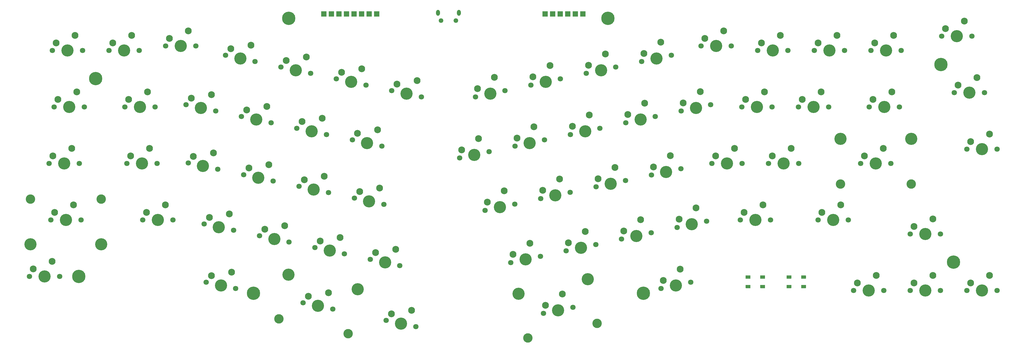
<source format=gbr>
G04 #@! TF.GenerationSoftware,KiCad,Pcbnew,(5.1.9)-1*
G04 #@! TF.CreationDate,2021-11-12T16:42:20+08:00*
G04 #@! TF.ProjectId,arisu,61726973-752e-46b6-9963-61645f706362,1.1*
G04 #@! TF.SameCoordinates,Original*
G04 #@! TF.FileFunction,Soldermask,Top*
G04 #@! TF.FilePolarity,Negative*
%FSLAX46Y46*%
G04 Gerber Fmt 4.6, Leading zero omitted, Abs format (unit mm)*
G04 Created by KiCad (PCBNEW (5.1.9)-1) date 2021-11-12 16:42:20*
%MOMM*%
%LPD*%
G01*
G04 APERTURE LIST*
%ADD10C,2.302000*%
%ADD11C,4.102000*%
%ADD12C,1.802000*%
%ADD13C,3.152000*%
%ADD14C,4.502000*%
%ADD15C,1.552000*%
%ADD16O,1.302000X2.002000*%
G04 APERTURE END LIST*
D10*
X213847569Y-120874453D03*
X208164428Y-124679187D03*
D11*
X212419266Y-126371538D03*
D12*
X207450276Y-127427729D03*
X217388255Y-125315347D03*
D11*
X222346030Y-115837453D03*
X199066117Y-120785751D03*
D13*
X202234691Y-135692720D03*
X225514604Y-130744422D03*
D12*
X71470000Y-38720000D03*
X61310000Y-38720000D03*
D11*
X66390000Y-38720000D03*
D10*
X62580000Y-36180000D03*
X68930000Y-33640000D03*
D12*
X110498996Y-42496687D03*
X100561016Y-40384304D03*
D11*
X105530006Y-41440496D03*
D10*
X102331359Y-38163857D03*
X109070692Y-36999602D03*
D12*
X129132707Y-46457405D03*
X119194727Y-44345022D03*
D11*
X124163717Y-45401214D03*
D10*
X120965070Y-42124575D03*
X127704403Y-40960320D03*
G36*
G01*
X294149000Y-118850000D02*
X294149000Y-117850000D01*
G75*
G02*
X294200000Y-117799000I51000J0D01*
G01*
X295700000Y-117799000D01*
G75*
G02*
X295751000Y-117850000I0J-51000D01*
G01*
X295751000Y-118850000D01*
G75*
G02*
X295700000Y-118901000I-51000J0D01*
G01*
X294200000Y-118901000D01*
G75*
G02*
X294149000Y-118850000I0J51000D01*
G01*
G37*
G36*
G01*
X294149000Y-115650000D02*
X294149000Y-114650000D01*
G75*
G02*
X294200000Y-114599000I51000J0D01*
G01*
X295700000Y-114599000D01*
G75*
G02*
X295751000Y-114650000I0J-51000D01*
G01*
X295751000Y-115650000D01*
G75*
G02*
X295700000Y-115701000I-51000J0D01*
G01*
X294200000Y-115701000D01*
G75*
G02*
X294149000Y-115650000I0J51000D01*
G01*
G37*
G36*
G01*
X289249000Y-118850000D02*
X289249000Y-117850000D01*
G75*
G02*
X289300000Y-117799000I51000J0D01*
G01*
X290800000Y-117799000D01*
G75*
G02*
X290851000Y-117850000I0J-51000D01*
G01*
X290851000Y-118850000D01*
G75*
G02*
X290800000Y-118901000I-51000J0D01*
G01*
X289300000Y-118901000D01*
G75*
G02*
X289249000Y-118850000I0J51000D01*
G01*
G37*
G36*
G01*
X289249000Y-115650000D02*
X289249000Y-114650000D01*
G75*
G02*
X289300000Y-114599000I51000J0D01*
G01*
X290800000Y-114599000D01*
G75*
G02*
X290851000Y-114650000I0J-51000D01*
G01*
X290851000Y-115650000D01*
G75*
G02*
X290800000Y-115701000I-51000J0D01*
G01*
X289300000Y-115701000D01*
G75*
G02*
X289249000Y-115650000I0J51000D01*
G01*
G37*
G36*
G01*
X275499000Y-115650000D02*
X275499000Y-114650000D01*
G75*
G02*
X275550000Y-114599000I51000J0D01*
G01*
X277050000Y-114599000D01*
G75*
G02*
X277101000Y-114650000I0J-51000D01*
G01*
X277101000Y-115650000D01*
G75*
G02*
X277050000Y-115701000I-51000J0D01*
G01*
X275550000Y-115701000D01*
G75*
G02*
X275499000Y-115650000I0J51000D01*
G01*
G37*
G36*
G01*
X275499000Y-118850000D02*
X275499000Y-117850000D01*
G75*
G02*
X275550000Y-117799000I51000J0D01*
G01*
X277050000Y-117799000D01*
G75*
G02*
X277101000Y-117850000I0J-51000D01*
G01*
X277101000Y-118850000D01*
G75*
G02*
X277050000Y-118901000I-51000J0D01*
G01*
X275550000Y-118901000D01*
G75*
G02*
X275499000Y-118850000I0J51000D01*
G01*
G37*
G36*
G01*
X280399000Y-115650000D02*
X280399000Y-114650000D01*
G75*
G02*
X280450000Y-114599000I51000J0D01*
G01*
X281950000Y-114599000D01*
G75*
G02*
X282001000Y-114650000I0J-51000D01*
G01*
X282001000Y-115650000D01*
G75*
G02*
X281950000Y-115701000I-51000J0D01*
G01*
X280450000Y-115701000D01*
G75*
G02*
X280399000Y-115650000I0J51000D01*
G01*
G37*
G36*
G01*
X280399000Y-118850000D02*
X280399000Y-117850000D01*
G75*
G02*
X280450000Y-117799000I51000J0D01*
G01*
X281950000Y-117799000D01*
G75*
G02*
X282001000Y-117850000I0J-51000D01*
G01*
X282001000Y-118850000D01*
G75*
G02*
X281950000Y-118901000I-51000J0D01*
G01*
X280450000Y-118901000D01*
G75*
G02*
X280399000Y-118850000I0J51000D01*
G01*
G37*
X321796250Y-71740000D03*
X315446250Y-74280000D03*
D11*
X319256250Y-76820000D03*
D12*
X314176250Y-76820000D03*
X324336250Y-76820000D03*
D11*
X331156250Y-68580000D03*
X307356250Y-68580000D03*
D13*
X307356250Y-83820000D03*
X331156250Y-83820000D03*
D10*
X135153475Y-120446047D03*
X128414142Y-121610303D03*
D11*
X131612789Y-124886942D03*
D12*
X126643799Y-123830750D03*
X136581779Y-125943133D03*
D11*
X144965938Y-119301154D03*
X121686025Y-114352856D03*
D13*
X118517451Y-129259826D03*
X141797364Y-134208124D03*
D10*
X49383750Y-90790000D03*
X43033750Y-93330000D03*
D11*
X46843750Y-95870000D03*
D12*
X41763750Y-95870000D03*
X51923750Y-95870000D03*
D11*
X58743750Y-104110000D03*
X34943750Y-104110000D03*
D13*
X34943750Y-88870000D03*
X58743750Y-88870000D03*
D10*
X48796250Y-71740000D03*
X42446250Y-74280000D03*
D11*
X46256250Y-76820000D03*
D12*
X41176250Y-76820000D03*
X51336250Y-76820000D03*
D10*
X307508769Y-90789998D03*
X301158769Y-93329998D03*
D11*
X304968769Y-95869998D03*
D12*
X299888769Y-95869998D03*
X310048769Y-95869998D03*
D10*
X50480000Y-52690000D03*
X44130000Y-55230000D03*
D11*
X47940000Y-57770000D03*
D12*
X42860000Y-57770000D03*
X53020000Y-57770000D03*
D10*
X42250000Y-109840000D03*
X35900000Y-112380000D03*
D11*
X39710000Y-114920000D03*
D12*
X34630000Y-114920000D03*
X44790000Y-114920000D03*
D10*
X102544484Y-113514795D03*
X95805151Y-114679051D03*
D11*
X99003798Y-117955689D03*
D12*
X94034808Y-116899498D03*
X103972788Y-119011881D03*
D10*
X253444205Y-112457940D03*
X247761064Y-116262674D03*
D11*
X252015902Y-117955026D03*
D12*
X247046912Y-119011217D03*
X256984892Y-116898834D03*
D10*
X324670000Y-52690000D03*
X318320000Y-55230000D03*
D11*
X322130000Y-57770000D03*
D12*
X317050000Y-57770000D03*
X327210000Y-57770000D03*
X52420000Y-38720000D03*
X42260000Y-38720000D03*
D11*
X47340000Y-38720000D03*
D10*
X43530000Y-36180000D03*
X49880000Y-33640000D03*
D12*
X76830000Y-57770000D03*
X66670000Y-57770000D03*
D11*
X71750000Y-57770000D03*
D10*
X67940000Y-55230000D03*
X74290000Y-52690000D03*
D12*
X77530000Y-76820000D03*
X67370000Y-76820000D03*
D11*
X72450000Y-76820000D03*
D10*
X68640000Y-74280000D03*
X74990000Y-71740000D03*
D12*
X82880000Y-95870000D03*
X72720000Y-95870000D03*
D11*
X77800000Y-95870000D03*
D10*
X73990000Y-93330000D03*
X80340000Y-90790000D03*
D12*
X90520000Y-37219615D03*
X80360000Y-37219615D03*
D11*
X85440000Y-37219615D03*
D10*
X81630000Y-34679615D03*
X87980000Y-32139615D03*
D12*
X97221338Y-59150030D03*
X87283358Y-57037647D03*
D11*
X92252348Y-58093839D03*
D10*
X89053701Y-54817200D03*
X95793034Y-53652945D03*
D12*
X97919005Y-78773923D03*
X87981025Y-76661540D03*
D11*
X92950015Y-77717732D03*
D10*
X89751368Y-74441093D03*
X96490701Y-73276838D03*
D12*
X103275087Y-99387992D03*
X93337107Y-97275609D03*
D11*
X98306097Y-98331801D03*
D10*
X95107450Y-95055162D03*
X101846783Y-93890907D03*
D12*
X115855048Y-63110756D03*
X105917068Y-60998373D03*
D11*
X110886058Y-62054565D03*
D10*
X107687411Y-58777926D03*
X114426744Y-57613671D03*
D12*
X116552715Y-82734650D03*
X106614735Y-80622267D03*
D11*
X111583725Y-81678459D03*
D10*
X108385078Y-78401820D03*
X115124411Y-77237565D03*
D12*
X121908797Y-103348718D03*
X111970817Y-101236335D03*
D11*
X116939807Y-102292527D03*
D10*
X113741160Y-99015888D03*
X120480493Y-97851633D03*
D12*
X134488758Y-67071483D03*
X124550778Y-64959100D03*
D11*
X129519768Y-66015292D03*
D10*
X126321121Y-62738653D03*
X133060454Y-61574398D03*
D12*
X135186425Y-86695377D03*
X125248445Y-84582994D03*
D11*
X130217435Y-85639186D03*
D10*
X127018788Y-82362547D03*
X133758121Y-81198292D03*
D12*
X140542506Y-107309445D03*
X130604526Y-105197062D03*
D11*
X135573516Y-106253254D03*
D10*
X132374869Y-102976615D03*
X139114202Y-101812360D03*
D12*
X147766419Y-50418123D03*
X137828439Y-48305740D03*
D11*
X142797429Y-49361932D03*
D10*
X139598782Y-46085293D03*
X146338115Y-44921038D03*
D12*
X153122468Y-71032210D03*
X143184488Y-68919827D03*
D11*
X148153478Y-69976019D03*
D10*
X144954831Y-66699380D03*
X151694164Y-65535125D03*
D12*
X153820135Y-90656104D03*
X143882155Y-88543721D03*
D11*
X148851145Y-89599913D03*
D10*
X145652498Y-86323274D03*
X152391831Y-85159019D03*
D12*
X159176216Y-111270172D03*
X149238236Y-109157789D03*
D11*
X154207226Y-110213981D03*
D10*
X151008579Y-106937342D03*
X157747912Y-105773087D03*
D12*
X164532353Y-131884201D03*
X154594373Y-129771818D03*
D11*
X159563363Y-130828010D03*
D10*
X156364716Y-127551371D03*
X163104049Y-126387116D03*
D12*
X166400131Y-54378840D03*
X156462151Y-52266457D03*
D11*
X161431141Y-53322649D03*
D10*
X158232494Y-50046010D03*
X164971827Y-48881755D03*
D12*
X189201628Y-72879833D03*
X179263648Y-74992215D03*
D11*
X184232638Y-73936024D03*
D10*
X179977800Y-72243673D03*
X185660941Y-68438939D03*
D12*
X197820749Y-90523385D03*
X187882769Y-92635767D03*
D11*
X192851759Y-91579576D03*
D10*
X188596921Y-89887225D03*
X194280062Y-86082491D03*
D12*
X206439870Y-108166937D03*
X196501890Y-110279319D03*
D11*
X201470880Y-109223128D03*
D10*
X197216042Y-107530777D03*
X202899183Y-103726043D03*
D12*
X194557855Y-52265734D03*
X184619875Y-54378116D03*
D11*
X189588865Y-53321925D03*
D10*
X185334027Y-51629574D03*
X191017168Y-47824840D03*
D12*
X207835339Y-68919115D03*
X197897359Y-71031497D03*
D11*
X202866349Y-69975306D03*
D10*
X198611511Y-68282955D03*
X204294652Y-64478221D03*
D12*
X216454460Y-86562667D03*
X206516480Y-88675049D03*
D11*
X211485470Y-87618858D03*
D10*
X207230632Y-85926507D03*
X212913773Y-82121773D03*
D12*
X225073582Y-104206219D03*
X215135602Y-106318601D03*
D11*
X220104592Y-105262410D03*
D10*
X215849754Y-103570059D03*
X221532895Y-99765325D03*
D12*
X213191567Y-48305016D03*
X203253587Y-50417398D03*
D11*
X208222577Y-49361207D03*
D10*
X203967739Y-47668856D03*
X209650880Y-43864122D03*
D12*
X226469051Y-64958398D03*
X216531071Y-67070780D03*
D11*
X221500061Y-66014589D03*
D10*
X217245223Y-64322238D03*
X222928364Y-60517504D03*
D12*
X235088172Y-82601950D03*
X225150192Y-84714332D03*
D11*
X230119182Y-83658141D03*
D10*
X225864344Y-81965790D03*
X231547485Y-78161056D03*
D12*
X243707293Y-100245502D03*
X233769313Y-102357884D03*
D11*
X238738303Y-101301693D03*
D10*
X234483465Y-99609342D03*
X240166606Y-95804608D03*
D12*
X231825279Y-44344299D03*
X221887299Y-46456681D03*
D11*
X226856289Y-45400490D03*
D10*
X222601451Y-43708139D03*
X228284592Y-39903405D03*
D12*
X245102763Y-60997680D03*
X235164783Y-63110062D03*
D11*
X240133773Y-62053871D03*
D10*
X235878935Y-60361520D03*
X241562076Y-56556786D03*
D12*
X253721884Y-78641232D03*
X243783904Y-80753614D03*
D11*
X248752894Y-79697423D03*
D10*
X244498056Y-78005072D03*
X250181197Y-74200338D03*
D12*
X262341005Y-96284784D03*
X252403025Y-98397166D03*
D11*
X257372015Y-97340975D03*
D10*
X253117177Y-95648624D03*
X258800318Y-91843890D03*
D12*
X250458990Y-40383581D03*
X240521010Y-42495963D03*
D11*
X245490000Y-41439772D03*
D10*
X241235162Y-39747421D03*
X246918303Y-35942687D03*
D12*
X263736475Y-57036962D03*
X253798495Y-59149344D03*
D11*
X258767485Y-58093153D03*
D10*
X254512647Y-56400802D03*
X260195788Y-52596068D03*
D12*
X274330000Y-76820000D03*
X264170000Y-76820000D03*
D11*
X269250000Y-76820000D03*
D10*
X265440000Y-74280000D03*
X271790000Y-71740000D03*
D12*
X283855019Y-95869998D03*
X273695019Y-95869998D03*
D11*
X278775019Y-95869998D03*
D10*
X274965019Y-93329998D03*
X281315019Y-90789998D03*
D12*
X270650000Y-37219615D03*
X260490000Y-37219615D03*
D11*
X265570000Y-37219615D03*
D10*
X261760000Y-34679615D03*
X268110000Y-32139615D03*
D12*
X284340000Y-57770000D03*
X274180000Y-57770000D03*
D11*
X279260000Y-57770000D03*
D10*
X275450000Y-55230000D03*
X281800000Y-52690000D03*
D12*
X293380000Y-76820000D03*
X283220000Y-76820000D03*
D11*
X288300000Y-76820000D03*
D10*
X284490000Y-74280000D03*
X290840000Y-71740000D03*
D12*
X289700000Y-38720000D03*
X279540000Y-38720000D03*
D11*
X284620000Y-38720000D03*
D10*
X280810000Y-36180000D03*
X287160000Y-33640000D03*
D12*
X303390000Y-57770000D03*
X293230000Y-57770000D03*
D11*
X298310000Y-57770000D03*
D10*
X294500000Y-55230000D03*
X300850000Y-52690000D03*
D12*
X321954949Y-119682503D03*
X311794949Y-119682503D03*
D11*
X316874949Y-119682503D03*
D10*
X313064949Y-117142503D03*
X319414949Y-114602503D03*
D12*
X308750000Y-38720000D03*
X298590000Y-38720000D03*
D11*
X303670000Y-38720000D03*
D10*
X299860000Y-36180000D03*
X306210000Y-33640000D03*
D12*
X341004949Y-100632503D03*
X330844949Y-100632503D03*
D11*
X335924949Y-100632503D03*
D10*
X332114949Y-98092503D03*
X338464949Y-95552503D03*
D12*
X341004949Y-119682503D03*
X330844949Y-119682503D03*
D11*
X335924949Y-119682503D03*
D10*
X332114949Y-117142503D03*
X338464949Y-114602503D03*
D12*
X327800000Y-38720000D03*
X317640000Y-38720000D03*
D11*
X322720000Y-38720000D03*
D10*
X318910000Y-36180000D03*
X325260000Y-33640000D03*
D12*
X351612542Y-33957509D03*
X341452542Y-33957509D03*
D11*
X346532542Y-33957509D03*
D10*
X342722542Y-31417509D03*
X349072542Y-28877509D03*
D12*
X355785000Y-53007516D03*
X345625000Y-53007516D03*
D11*
X350705000Y-53007516D03*
D10*
X346895000Y-50467516D03*
X353245000Y-47927516D03*
D12*
X360054949Y-72057519D03*
X349894949Y-72057519D03*
D11*
X354974949Y-72057519D03*
D10*
X351164949Y-69517519D03*
X357514949Y-66977519D03*
D12*
X360054949Y-119682503D03*
X349894949Y-119682503D03*
D11*
X354974949Y-119682503D03*
D10*
X351164949Y-117142503D03*
X357514949Y-114602503D03*
D14*
X241060266Y-120608720D03*
X345449949Y-110157503D03*
D15*
X173009855Y-28708000D03*
X178009855Y-28708000D03*
D16*
X172009855Y-26008000D03*
X179009855Y-26008000D03*
G36*
G01*
X219825000Y-27266000D02*
X219825000Y-25566000D01*
G75*
G02*
X219876000Y-25515000I51000J0D01*
G01*
X221576000Y-25515000D01*
G75*
G02*
X221627000Y-25566000I0J-51000D01*
G01*
X221627000Y-27266000D01*
G75*
G02*
X221576000Y-27317000I-51000J0D01*
G01*
X219876000Y-27317000D01*
G75*
G02*
X219825000Y-27266000I0J51000D01*
G01*
G37*
G36*
G01*
X217285000Y-27266000D02*
X217285000Y-25566000D01*
G75*
G02*
X217336000Y-25515000I51000J0D01*
G01*
X219036000Y-25515000D01*
G75*
G02*
X219087000Y-25566000I0J-51000D01*
G01*
X219087000Y-27266000D01*
G75*
G02*
X219036000Y-27317000I-51000J0D01*
G01*
X217336000Y-27317000D01*
G75*
G02*
X217285000Y-27266000I0J51000D01*
G01*
G37*
G36*
G01*
X214745000Y-27266000D02*
X214745000Y-25566000D01*
G75*
G02*
X214796000Y-25515000I51000J0D01*
G01*
X216496000Y-25515000D01*
G75*
G02*
X216547000Y-25566000I0J-51000D01*
G01*
X216547000Y-27266000D01*
G75*
G02*
X216496000Y-27317000I-51000J0D01*
G01*
X214796000Y-27317000D01*
G75*
G02*
X214745000Y-27266000I0J51000D01*
G01*
G37*
G36*
G01*
X212205000Y-27266000D02*
X212205000Y-25566000D01*
G75*
G02*
X212256000Y-25515000I51000J0D01*
G01*
X213956000Y-25515000D01*
G75*
G02*
X214007000Y-25566000I0J-51000D01*
G01*
X214007000Y-27266000D01*
G75*
G02*
X213956000Y-27317000I-51000J0D01*
G01*
X212256000Y-27317000D01*
G75*
G02*
X212205000Y-27266000I0J51000D01*
G01*
G37*
G36*
G01*
X209665000Y-27266000D02*
X209665000Y-25566000D01*
G75*
G02*
X209716000Y-25515000I51000J0D01*
G01*
X211416000Y-25515000D01*
G75*
G02*
X211467000Y-25566000I0J-51000D01*
G01*
X211467000Y-27266000D01*
G75*
G02*
X211416000Y-27317000I-51000J0D01*
G01*
X209716000Y-27317000D01*
G75*
G02*
X209665000Y-27266000I0J51000D01*
G01*
G37*
G36*
G01*
X207125000Y-27266000D02*
X207125000Y-25566000D01*
G75*
G02*
X207176000Y-25515000I51000J0D01*
G01*
X208876000Y-25515000D01*
G75*
G02*
X208927000Y-25566000I0J-51000D01*
G01*
X208927000Y-27266000D01*
G75*
G02*
X208876000Y-27317000I-51000J0D01*
G01*
X207176000Y-27317000D01*
G75*
G02*
X207125000Y-27266000I0J51000D01*
G01*
G37*
G36*
G01*
X140323000Y-27266000D02*
X140323000Y-25566000D01*
G75*
G02*
X140374000Y-25515000I51000J0D01*
G01*
X142074000Y-25515000D01*
G75*
G02*
X142125000Y-25566000I0J-51000D01*
G01*
X142125000Y-27266000D01*
G75*
G02*
X142074000Y-27317000I-51000J0D01*
G01*
X140374000Y-27317000D01*
G75*
G02*
X140323000Y-27266000I0J51000D01*
G01*
G37*
G36*
G01*
X137783000Y-27266000D02*
X137783000Y-25566000D01*
G75*
G02*
X137834000Y-25515000I51000J0D01*
G01*
X139534000Y-25515000D01*
G75*
G02*
X139585000Y-25566000I0J-51000D01*
G01*
X139585000Y-27266000D01*
G75*
G02*
X139534000Y-27317000I-51000J0D01*
G01*
X137834000Y-27317000D01*
G75*
G02*
X137783000Y-27266000I0J51000D01*
G01*
G37*
G36*
G01*
X135243000Y-27266000D02*
X135243000Y-25566000D01*
G75*
G02*
X135294000Y-25515000I51000J0D01*
G01*
X136994000Y-25515000D01*
G75*
G02*
X137045000Y-25566000I0J-51000D01*
G01*
X137045000Y-27266000D01*
G75*
G02*
X136994000Y-27317000I-51000J0D01*
G01*
X135294000Y-27317000D01*
G75*
G02*
X135243000Y-27266000I0J51000D01*
G01*
G37*
G36*
G01*
X132703000Y-27266000D02*
X132703000Y-25566000D01*
G75*
G02*
X132754000Y-25515000I51000J0D01*
G01*
X134454000Y-25515000D01*
G75*
G02*
X134505000Y-25566000I0J-51000D01*
G01*
X134505000Y-27266000D01*
G75*
G02*
X134454000Y-27317000I-51000J0D01*
G01*
X132754000Y-27317000D01*
G75*
G02*
X132703000Y-27266000I0J51000D01*
G01*
G37*
G36*
G01*
X150483000Y-27266000D02*
X150483000Y-25566000D01*
G75*
G02*
X150534000Y-25515000I51000J0D01*
G01*
X152234000Y-25515000D01*
G75*
G02*
X152285000Y-25566000I0J-51000D01*
G01*
X152285000Y-27266000D01*
G75*
G02*
X152234000Y-27317000I-51000J0D01*
G01*
X150534000Y-27317000D01*
G75*
G02*
X150483000Y-27266000I0J51000D01*
G01*
G37*
G36*
G01*
X145403000Y-27266000D02*
X145403000Y-25566000D01*
G75*
G02*
X145454000Y-25515000I51000J0D01*
G01*
X147154000Y-25515000D01*
G75*
G02*
X147205000Y-25566000I0J-51000D01*
G01*
X147205000Y-27266000D01*
G75*
G02*
X147154000Y-27317000I-51000J0D01*
G01*
X145454000Y-27317000D01*
G75*
G02*
X145403000Y-27266000I0J51000D01*
G01*
G37*
G36*
G01*
X147943000Y-27266000D02*
X147943000Y-25566000D01*
G75*
G02*
X147994000Y-25515000I51000J0D01*
G01*
X149694000Y-25515000D01*
G75*
G02*
X149745000Y-25566000I0J-51000D01*
G01*
X149745000Y-27266000D01*
G75*
G02*
X149694000Y-27317000I-51000J0D01*
G01*
X147994000Y-27317000D01*
G75*
G02*
X147943000Y-27266000I0J51000D01*
G01*
G37*
G36*
G01*
X142863000Y-27266000D02*
X142863000Y-25566000D01*
G75*
G02*
X142914000Y-25515000I51000J0D01*
G01*
X144614000Y-25515000D01*
G75*
G02*
X144665000Y-25566000I0J-51000D01*
G01*
X144665000Y-27266000D01*
G75*
G02*
X144614000Y-27317000I-51000J0D01*
G01*
X142914000Y-27317000D01*
G75*
G02*
X142863000Y-27266000I0J51000D01*
G01*
G37*
D14*
X56865000Y-48245000D03*
X51197500Y-114920000D03*
X121827220Y-27932509D03*
X109959436Y-120609368D03*
X229192785Y-27932509D03*
X341180000Y-43482516D03*
M02*

</source>
